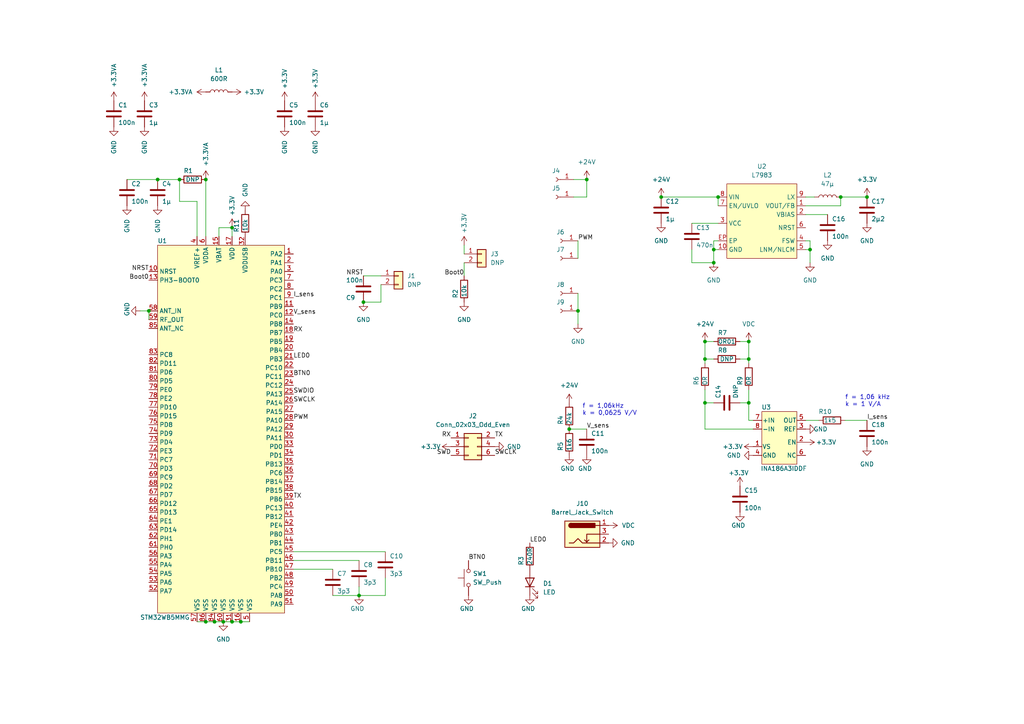
<source format=kicad_sch>
(kicad_sch (version 20211123) (generator eeschema)
  (paper "A4")
  (lib_symbols
    (symbol "Bergi:INA186A3IDDF" (pin_names (offset 0.127))
      (property "Reference" "U" (at 3.81 3.81 0))
      (property "Value" "INA186A3IDDF" (at 3.81 -2.54 0))
      (symbol "INA186A3IDDF_0_1"
        (rectangle (start -5.08 7.62) (end 5.08 -7.62) (fill (type background)))
      )
      (symbol "INA186A3IDDF_1_1"
        (pin power_in line (at -7.62 -2.54 0) (length 2.54) (name "VS") (number "1"))
        (pin input line (at 7.62 -1.27 180) (length 2.54) (name "EN") (number "2"))
        (pin input line (at 7.62 2.54 180) (length 2.54) (name "REF") (number "3"))
        (pin power_in line (at -7.62 -5.08 0) (length 2.54) (name "GND") (number "4"))
        (pin output line (at 7.62 5.08 180) (length 2.54) (name "OUT") (number "5"))
        (pin input line (at 7.62 -5.08 180) (length 2.54) (name "NC") (number "6"))
        (pin input line (at -7.62 5.08 0) (length 2.54) (name "+IN") (number "7"))
        (pin input line (at -7.62 2.54 0) (length 2.54) (name "-IN") (number "8"))
      )
    )
    (symbol "Bergi:L7983"
      (property "Reference" "U" (at -6.35 13.97 0))
      (property "Value" "L7983" (at -3.81 -10.16 0))
      (symbol "L7983_0_1"
        (rectangle (start -7.62 12.7) (end 12.7 -8.89) (fill (type background)))
      )
      (symbol "L7983_1_1"
        (pin unspecified line (at 15.24 6.35 180) (length 2.54) (name "VOUT/FB") (number "1"))
        (pin unspecified line (at -10.16 -6.35 0) (length 2.54) (name "GND") (number "10"))
        (pin unspecified line (at 15.24 3.81 180) (length 2.54) (name "VBIAS") (number "2"))
        (pin unspecified line (at -10.16 1.27 0) (length 2.54) (name "VCC") (number "3"))
        (pin unspecified line (at 15.24 -3.81 180) (length 2.54) (name "FSW") (number "4"))
        (pin unspecified line (at 15.24 -6.35 180) (length 2.54) (name "LNM/NLCM") (number "5"))
        (pin unspecified line (at 15.24 0 180) (length 2.54) (name "NRST") (number "6"))
        (pin unspecified line (at -10.16 6.35 0) (length 2.54) (name "EN/UVLO") (number "7"))
        (pin unspecified line (at -10.16 8.89 0) (length 2.54) (name "VIN") (number "8"))
        (pin unspecified line (at 15.24 8.89 180) (length 2.54) (name "LX") (number "9"))
        (pin unspecified line (at -10.16 -3.81 0) (length 2.54) (name "EP") (number "EP"))
      )
    )
    (symbol "Bergi:STM32WB5MMG"
      (property "Reference" "U" (at 1.27 1.27 0))
      (property "Value" "STM32WB5MMG" (at 20.32 -44.45 0))
      (symbol "STM32WB5MMG_0_1"
        (rectangle (start 0 0) (end 36.83 -106.68) (fill (type background)))
      )
      (symbol "STM32WB5MMG_1_1"
        (pin unspecified line (at 39.37 -2.54 180) (length 2.54) (name "PA2") (number "1"))
        (pin unspecified line (at -2.54 -7.62 0) (length 2.54) (name "NRST") (number "10"))
        (pin unspecified line (at 39.37 -17.78 180) (length 2.54) (name "PB9") (number "11"))
        (pin unspecified line (at 39.37 -20.32 180) (length 2.54) (name "PC0") (number "12"))
        (pin unspecified line (at -2.54 -10.16 0) (length 2.54) (name "PH3-BOOT0") (number "13"))
        (pin unspecified line (at 39.37 -22.86 180) (length 2.54) (name "PB8") (number "14"))
        (pin unspecified line (at 17.78 2.54 270) (length 2.54) (name "VBAT") (number "15"))
        (pin unspecified line (at 24.13 -109.22 90) (length 2.54) (name "VSS") (number "16"))
        (pin unspecified line (at 21.59 2.54 270) (length 2.54) (name "VDD") (number "17"))
        (pin unspecified line (at 39.37 -25.4 180) (length 2.54) (name "PB7") (number "18"))
        (pin unspecified line (at 39.37 -27.94 180) (length 2.54) (name "PB5") (number "19"))
        (pin unspecified line (at 39.37 -5.08 180) (length 2.54) (name "PA1") (number "2"))
        (pin unspecified line (at 39.37 -30.48 180) (length 2.54) (name "PB4") (number "20"))
        (pin unspecified line (at 39.37 -33.02 180) (length 2.54) (name "PB3") (number "21"))
        (pin unspecified line (at 39.37 -35.56 180) (length 2.54) (name "PC10") (number "22"))
        (pin unspecified line (at 39.37 -38.1 180) (length 2.54) (name "PC11") (number "23"))
        (pin unspecified line (at 39.37 -40.64 180) (length 2.54) (name "PC12") (number "24"))
        (pin unspecified line (at 39.37 -43.18 180) (length 2.54) (name "PA13") (number "25"))
        (pin unspecified line (at 39.37 -45.72 180) (length 2.54) (name "PA14") (number "26"))
        (pin unspecified line (at 39.37 -48.26 180) (length 2.54) (name "PA15") (number "27"))
        (pin unspecified line (at 39.37 -50.8 180) (length 2.54) (name "PA10") (number "28"))
        (pin unspecified line (at 39.37 -53.34 180) (length 2.54) (name "PA12") (number "29"))
        (pin unspecified line (at 39.37 -7.62 180) (length 2.54) (name "PA0") (number "3"))
        (pin unspecified line (at 39.37 -55.88 180) (length 2.54) (name "PA11") (number "30"))
        (pin unspecified line (at 21.59 -109.22 90) (length 2.54) (name "VSS") (number "31"))
        (pin unspecified line (at 25.4 2.54 270) (length 2.54) (name "VDDUSB") (number "32"))
        (pin unspecified line (at 39.37 -58.42 180) (length 2.54) (name "PD0") (number "33"))
        (pin unspecified line (at 39.37 -60.96 180) (length 2.54) (name "PD1") (number "34"))
        (pin unspecified line (at 39.37 -63.5 180) (length 2.54) (name "PB13") (number "35"))
        (pin unspecified line (at 39.37 -66.04 180) (length 2.54) (name "PC6") (number "36"))
        (pin unspecified line (at 39.37 -68.58 180) (length 2.54) (name "PB14") (number "37"))
        (pin unspecified line (at 39.37 -71.12 180) (length 2.54) (name "PB15") (number "38"))
        (pin unspecified line (at 39.37 -73.66 180) (length 2.54) (name "PB6") (number "39"))
        (pin unspecified line (at 11.43 2.54 270) (length 2.54) (name "VREF+") (number "4"))
        (pin unspecified line (at 39.37 -76.2 180) (length 2.54) (name "PC13") (number "40"))
        (pin unspecified line (at 39.37 -78.74 180) (length 2.54) (name "PB12") (number "41"))
        (pin unspecified line (at 39.37 -81.28 180) (length 2.54) (name "PE4") (number "42"))
        (pin unspecified line (at 39.37 -83.82 180) (length 2.54) (name "PB0") (number "43"))
        (pin unspecified line (at 39.37 -86.36 180) (length 2.54) (name "PB1") (number "44"))
        (pin unspecified line (at 39.37 -88.9 180) (length 2.54) (name "PC5") (number "45"))
        (pin unspecified line (at 39.37 -91.44 180) (length 2.54) (name "PB11") (number "46"))
        (pin unspecified line (at 39.37 -93.98 180) (length 2.54) (name "PB10") (number "47"))
        (pin unspecified line (at 39.37 -96.52 180) (length 2.54) (name "PB2") (number "48"))
        (pin unspecified line (at 39.37 -99.06 180) (length 2.54) (name "PC4") (number "49"))
        (pin unspecified line (at 26.67 -109.22 90) (length 2.54) (name "VSS") (number "5"))
        (pin unspecified line (at 39.37 -101.6 180) (length 2.54) (name "PA8") (number "50"))
        (pin unspecified line (at 39.37 -104.14 180) (length 2.54) (name "PA9") (number "51"))
        (pin unspecified line (at -2.54 -100.33 0) (length 2.54) (name "PA7") (number "52"))
        (pin unspecified line (at -2.54 -97.79 0) (length 2.54) (name "PA6") (number "53"))
        (pin unspecified line (at -2.54 -95.25 0) (length 2.54) (name "PA5") (number "54"))
        (pin unspecified line (at -2.54 -92.71 0) (length 2.54) (name "PA4") (number "55"))
        (pin unspecified line (at -2.54 -90.17 0) (length 2.54) (name "PA3") (number "56"))
        (pin unspecified line (at 11.43 -109.22 90) (length 2.54) (name "VSS") (number "57"))
        (pin unspecified line (at -2.54 -19.05 0) (length 2.54) (name "ANT_IN") (number "58"))
        (pin unspecified line (at -2.54 -21.59 0) (length 2.54) (name "RF_OUT") (number "59"))
        (pin unspecified line (at 13.97 2.54 270) (length 2.54) (name "VDDA") (number "6"))
        (pin unspecified line (at 19.05 -109.22 90) (length 2.54) (name "VSS") (number "60"))
        (pin unspecified line (at -2.54 -87.63 0) (length 2.54) (name "PH0") (number "61"))
        (pin unspecified line (at -2.54 -85.09 0) (length 2.54) (name "PH1") (number "62"))
        (pin unspecified line (at -2.54 -82.55 0) (length 2.54) (name "PD14") (number "63"))
        (pin unspecified line (at -2.54 -80.01 0) (length 2.54) (name "PE1") (number "64"))
        (pin unspecified line (at -2.54 -77.47 0) (length 2.54) (name "PD13") (number "65"))
        (pin unspecified line (at -2.54 -74.93 0) (length 2.54) (name "PD12") (number "66"))
        (pin unspecified line (at -2.54 -72.39 0) (length 2.54) (name "PD7") (number "67"))
        (pin unspecified line (at -2.54 -69.85 0) (length 2.54) (name "PD2") (number "68"))
        (pin unspecified line (at -2.54 -67.31 0) (length 2.54) (name "PC9") (number "69"))
        (pin unspecified line (at 39.37 -10.16 180) (length 2.54) (name "PC3") (number "7"))
        (pin unspecified line (at -2.54 -64.77 0) (length 2.54) (name "PD3") (number "70"))
        (pin unspecified line (at -2.54 -62.23 0) (length 2.54) (name "PC7") (number "71"))
        (pin unspecified line (at -2.54 -59.69 0) (length 2.54) (name "PE3") (number "72"))
        (pin unspecified line (at -2.54 -57.15 0) (length 2.54) (name "PD4") (number "73"))
        (pin unspecified line (at -2.54 -54.61 0) (length 2.54) (name "PD9") (number "74"))
        (pin unspecified line (at -2.54 -52.07 0) (length 2.54) (name "PD8") (number "75"))
        (pin unspecified line (at -2.54 -49.53 0) (length 2.54) (name "PD15") (number "76"))
        (pin unspecified line (at -2.54 -46.99 0) (length 2.54) (name "PD10") (number "77"))
        (pin unspecified line (at -2.54 -44.45 0) (length 2.54) (name "PE2") (number "78"))
        (pin unspecified line (at -2.54 -41.91 0) (length 2.54) (name "PE0") (number "79"))
        (pin unspecified line (at 39.37 -12.7 180) (length 2.54) (name "PC2") (number "8"))
        (pin unspecified line (at -2.54 -39.37 0) (length 2.54) (name "PD5") (number "80"))
        (pin unspecified line (at -2.54 -36.83 0) (length 2.54) (name "PD6") (number "81"))
        (pin unspecified line (at -2.54 -34.29 0) (length 2.54) (name "PD11") (number "82"))
        (pin unspecified line (at -2.54 -31.75 0) (length 2.54) (name "PC8") (number "83"))
        (pin unspecified line (at 16.51 -109.22 90) (length 2.54) (name "VSS") (number "84"))
        (pin unspecified line (at -2.54 -24.13 0) (length 2.54) (name "ANT_NC") (number "85"))
        (pin unspecified line (at 13.97 -109.22 90) (length 2.54) (name "VSS") (number "86"))
        (pin unspecified line (at 39.37 -15.24 180) (length 2.54) (name "PC1") (number "9"))
      )
    )
    (symbol "Connector:Barrel_Jack_Switch" (pin_names hide)
      (property "Reference" "J" (at 0 5.334 0))
      (property "Value" "Barrel_Jack_Switch" (at 0 -5.08 0))
      (symbol "Barrel_Jack_Switch_0_1"
        (rectangle (start -5.08 3.81) (end 5.08 -3.81) (stroke (width 0.254)) (fill (type background)))
        (arc (start -3.302 3.175) (mid -3.937 2.54) (end -3.302 1.905) (stroke (width 0.254)))
        (arc (start -3.302 3.175) (mid -3.937 2.54) (end -3.302 1.905) (stroke (width 0.254)) (fill (type outline)))
        (polyline (pts (xy 1.27 -2.286) (xy 1.905 -1.651)) (stroke (width 0.254)))
        (polyline (pts (xy 5.08 2.54) (xy 3.81 2.54)) (stroke (width 0.254)))
        (polyline (pts (xy 5.08 0) (xy 1.27 0) (xy 1.27 -2.286) (xy 0.635 -1.651)) (stroke (width 0.254)))
        (polyline (pts (xy -3.81 -2.54) (xy -2.54 -2.54) (xy -1.27 -1.27) (xy 0 -2.54) (xy 2.54 -2.54) (xy 5.08 -2.54)) (stroke (width 0.254)))
        (rectangle (start 3.683 3.175) (end -3.302 1.905) (stroke (width 0.254)) (fill (type outline)))
      )
      (symbol "Barrel_Jack_Switch_1_1"
        (pin passive line (at 7.62 2.54 180) (length 2.54) (name "~") (number "1"))
        (pin passive line (at 7.62 -2.54 180) (length 2.54) (name "~") (number "2"))
        (pin passive line (at 7.62 0 180) (length 2.54) (name "~") (number "3"))
      )
    )
    (symbol "Connector:Conn_01x01_Female" (pin_names (offset 1.016) hide)
      (property "Reference" "J" (at 0 2.54 0))
      (property "Value" "Conn_01x01_Female" (at 0 -2.54 0))
      (symbol "Conn_01x01_Female_1_1"
        (polyline (pts (xy -1.27 0) (xy -0.508 0)) (stroke (width 0.1524)))
        (arc (start 0 0.508) (mid -0.508 0) (end 0 -0.508) (stroke (width 0.1524)))
        (pin passive line (at -5.08 0 0) (length 3.81) (name "Pin_1") (number "1"))
      )
    )
    (symbol "Connector_Generic:Conn_01x02" (pin_names (offset 1.016) hide)
      (property "Reference" "J" (at 0 2.54 0))
      (property "Value" "Conn_01x02" (at 0 -5.08 0))
      (symbol "Conn_01x02_1_1"
        (rectangle (start -1.27 -2.413) (end 0 -2.667) (stroke (width 0.1524)))
        (rectangle (start -1.27 0.127) (end 0 -0.127) (stroke (width 0.1524)))
        (rectangle (start -1.27 1.27) (end 1.27 -3.81) (stroke (width 0.254)) (fill (type background)))
        (pin passive line (at -5.08 0 0) (length 3.81) (name "Pin_1") (number "1"))
        (pin passive line (at -5.08 -2.54 0) (length 3.81) (name "Pin_2") (number "2"))
      )
    )
    (symbol "Connector_Generic:Conn_02x03_Odd_Even" (pin_names (offset 1.016) hide)
      (property "Reference" "J" (at 1.27 5.08 0))
      (property "Value" "Conn_02x03_Odd_Even" (at 1.27 -5.08 0))
      (symbol "Conn_02x03_Odd_Even_1_1"
        (rectangle (start -1.27 -2.413) (end 0 -2.667) (stroke (width 0.1524)))
        (rectangle (start -1.27 0.127) (end 0 -0.127) (stroke (width 0.1524)))
        (rectangle (start -1.27 2.667) (end 0 2.413) (stroke (width 0.1524)))
        (rectangle (start -1.27 3.81) (end 3.81 -3.81) (stroke (width 0.254)) (fill (type background)))
        (rectangle (start 3.81 -2.413) (end 2.54 -2.667) (stroke (width 0.1524)))
        (rectangle (start 3.81 0.127) (end 2.54 -0.127) (stroke (width 0.1524)))
        (rectangle (start 3.81 2.667) (end 2.54 2.413) (stroke (width 0.1524)))
        (pin passive line (at -5.08 2.54 0) (length 3.81) (name "Pin_1") (number "1"))
        (pin passive line (at 7.62 2.54 180) (length 3.81) (name "Pin_2") (number "2"))
        (pin passive line (at -5.08 0 0) (length 3.81) (name "Pin_3") (number "3"))
        (pin passive line (at 7.62 0 180) (length 3.81) (name "Pin_4") (number "4"))
        (pin passive line (at -5.08 -2.54 0) (length 3.81) (name "Pin_5") (number "5"))
        (pin passive line (at 7.62 -2.54 180) (length 3.81) (name "Pin_6") (number "6"))
      )
    )
    (symbol "Device:C" (pin_numbers hide) (pin_names (offset 0.254))
      (property "Reference" "C" (at 0.635 2.54 0))
      (property "Value" "C" (at 0.635 -2.54 0))
      (symbol "C_0_1"
        (polyline (pts (xy -2.032 -0.762) (xy 2.032 -0.762)) (stroke (width 0.508)))
        (polyline (pts (xy -2.032 0.762) (xy 2.032 0.762)) (stroke (width 0.508)))
      )
      (symbol "C_1_1"
        (pin passive line (at 0 3.81 270) (length 2.794) (name "~") (number "1"))
        (pin passive line (at 0 -3.81 90) (length 2.794) (name "~") (number "2"))
      )
    )
    (symbol "Device:L" (pin_numbers hide) (pin_names (offset 1.016) hide)
      (property "Reference" "L" (at -1.27 0 90))
      (property "Value" "L" (at 1.905 0 90))
      (symbol "L_0_1"
        (arc (start 0 -2.54) (mid 0.635 -1.905) (end 0 -1.27))
        (arc (start 0 -1.27) (mid 0.635 -0.635) (end 0 0))
        (arc (start 0 0) (mid 0.635 0.635) (end 0 1.27))
        (arc (start 0 1.27) (mid 0.635 1.905) (end 0 2.54))
      )
      (symbol "L_1_1"
        (pin passive line (at 0 3.81 270) (length 1.27) (name "1") (number "1"))
        (pin passive line (at 0 -3.81 90) (length 1.27) (name "2") (number "2"))
      )
    )
    (symbol "Device:LED" (pin_numbers hide) (pin_names (offset 1.016) hide)
      (property "Reference" "D" (at 0 2.54 0))
      (property "Value" "LED" (at 0 -2.54 0))
      (symbol "LED_0_1"
        (polyline (pts (xy -1.27 -1.27) (xy -1.27 1.27)) (stroke (width 0.254)))
        (polyline (pts (xy -1.27 0) (xy 1.27 0)))
        (polyline (pts (xy 1.27 -1.27) (xy 1.27 1.27) (xy -1.27 0) (xy 1.27 -1.27)) (stroke (width 0.254)))
        (polyline (pts (xy -3.048 -0.762) (xy -4.572 -2.286) (xy -3.81 -2.286) (xy -4.572 -2.286) (xy -4.572 -1.524)))
        (polyline (pts (xy -1.778 -0.762) (xy -3.302 -2.286) (xy -2.54 -2.286) (xy -3.302 -2.286) (xy -3.302 -1.524)))
      )
      (symbol "LED_1_1"
        (pin passive line (at -3.81 0 0) (length 2.54) (name "K") (number "1"))
        (pin passive line (at 3.81 0 180) (length 2.54) (name "A") (number "2"))
      )
    )
    (symbol "Device:R" (pin_numbers hide) (pin_names (offset 0))
      (property "Reference" "R" (at 2.032 0 90))
      (property "Value" "R" (at 0 0 90))
      (symbol "R_0_1"
        (rectangle (start -1.016 -2.54) (end 1.016 2.54) (stroke (width 0.254)))
      )
      (symbol "R_1_1"
        (pin passive line (at 0 3.81 270) (length 1.27) (name "~") (number "1"))
        (pin passive line (at 0 -3.81 90) (length 1.27) (name "~") (number "2"))
      )
    )
    (symbol "Switch:SW_Push" (pin_numbers hide) (pin_names (offset 1.016) hide)
      (property "Reference" "SW" (at 1.27 2.54 0))
      (property "Value" "SW_Push" (at 0 -1.524 0))
      (symbol "SW_Push_0_1"
        (circle (center -2.032 0) (radius 0.508))
        (polyline (pts (xy 0 1.27) (xy 0 3.048)))
        (polyline (pts (xy 2.54 1.27) (xy -2.54 1.27)))
        (circle (center 2.032 0) (radius 0.508))
        (pin passive line (at -5.08 0 0) (length 2.54) (name "1") (number "1"))
        (pin passive line (at 5.08 0 180) (length 2.54) (name "2") (number "2"))
      )
    )
    (symbol "power:+24V" (power) (pin_names (offset 0))
      (property "Value" "+24V" (at 0 3.556 0))
      (symbol "+24V_0_1"
        (polyline (pts (xy -0.762 1.27) (xy 0 2.54)))
        (polyline (pts (xy 0 0) (xy 0 2.54)))
        (polyline (pts (xy 0 2.54) (xy 0.762 1.27)))
      )
      (symbol "+24V_1_1"
        (pin power_in line (at 0 0 90) (length 0) hide (name "+24V") (number "1"))
      )
    )
    (symbol "power:+3.3V" (power) (pin_names (offset 0))
      (property "Value" "+3.3V" (at 0 3.556 0))
      (symbol "+3.3V_0_1"
        (polyline (pts (xy -0.762 1.27) (xy 0 2.54)))
        (polyline (pts (xy 0 0) (xy 0 2.54)))
        (polyline (pts (xy 0 2.54) (xy 0.762 1.27)))
      )
      (symbol "+3.3V_1_1"
        (pin power_in line (at 0 0 90) (length 0) hide (name "+3.3V") (number "1"))
      )
    )
    (symbol "power:+3.3VA" (power) (pin_names (offset 0))
      (property "Value" "+3.3VA" (at 0 3.556 0))
      (symbol "+3.3VA_0_1"
        (polyline (pts (xy -0.762 1.27) (xy 0 2.54)))
        (polyline (pts (xy 0 0) (xy 0 2.54)))
        (polyline (pts (xy 0 2.54) (xy 0.762 1.27)))
      )
      (symbol "+3.3VA_1_1"
        (pin power_in line (at 0 0 90) (length 0) hide (name "+3.3VA") (number "1"))
      )
    )
    (symbol "power:GND" (power) (pin_names (offset 0))
      (property "Value" "GND" (at 0 -3.81 0))
      (symbol "GND_0_1"
        (polyline (pts (xy 0 0) (xy 0 -1.27) (xy 1.27 -1.27) (xy 0 -2.54) (xy -1.27 -1.27) (xy 0 -1.27)))
      )
      (symbol "GND_1_1"
        (pin power_in line (at 0 0 270) (length 0) hide (name "GND") (number "1"))
      )
    )
    (symbol "power:VDC" (power) (pin_names (offset 0))
      (property "Value" "VDC" (at 0 6.35 0))
      (symbol "VDC_0_1"
        (polyline (pts (xy -0.762 1.27) (xy 0 2.54)))
        (polyline (pts (xy 0 0) (xy 0 2.54)))
        (polyline (pts (xy 0 2.54) (xy 0.762 1.27)))
      )
      (symbol "VDC_1_1"
        (pin power_in line (at 0 0 90) (length 0) hide (name "VDC") (number "1"))
      )
    )
  )
  (junction (at 207.01 72.39))
  (junction (at 204.47 104.14))
  (junction (at 43.18 90.17))
  (junction (at 208.28 57.15))
  (junction (at 204.47 116.84))
  (junction (at 105.41 87.63))
  (junction (at 234.95 72.39))
  (junction (at 45.72 52.07))
  (junction (at 69.85 180.34))
  (junction (at 67.31 180.34))
  (junction (at 251.46 57.15))
  (junction (at 217.17 104.14))
  (junction (at 52.07 52.07))
  (junction (at 62.23 180.34))
  (junction (at 104.14 172.72))
  (junction (at 67.31 66.04))
  (junction (at 217.17 99.06))
  (junction (at 217.17 116.84))
  (junction (at 207.01 76.2))
  (junction (at 167.64 90.17))
  (junction (at 170.18 52.07))
  (junction (at 59.69 52.07))
  (junction (at 243.84 57.15))
  (junction (at 64.77 180.34))
  (junction (at 59.69 180.34))
  (junction (at 191.77 57.15))
  (junction (at 204.47 99.06))
  (junction (at 165.1 124.46))
  (wire (pts (xy 167.64 69.85) (xy 167.64 74.93)))
  (wire (pts (xy 233.68 121.92) (xy 237.49 121.92)))
  (wire (pts (xy 52.07 58.42) (xy 52.07 52.07)))
  (wire (pts (xy 40.64 90.17) (xy 43.18 90.17)))
  (wire (pts (xy 134.62 76.2) (xy 134.62 80.01)))
  (wire (pts (xy 62.23 180.34) (xy 64.77 180.34)))
  (wire (pts (xy 85.09 165.1) (xy 96.52 165.1)))
  (wire (pts (xy 217.17 113.03) (xy 217.17 116.84)))
  (wire (pts (xy 208.28 57.15) (xy 208.28 59.69)))
  (wire (pts (xy 207.01 76.2) (xy 207.01 72.39)))
  (wire (pts (xy 69.85 180.34) (xy 72.39 180.34)))
  (wire (pts (xy 204.47 116.84) (xy 204.47 113.03)))
  (wire (pts (xy 217.17 116.84) (xy 217.17 121.92)))
  (wire (pts (xy 63.5 68.58) (xy 63.5 66.04)))
  (wire (pts (xy 234.95 72.39) (xy 234.95 69.85)))
  (wire (pts (xy 204.47 124.46) (xy 204.47 116.84)))
  (wire (pts (xy 110.49 87.63) (xy 110.49 82.55)))
  (wire (pts (xy 245.11 121.92) (xy 251.46 121.92)))
  (wire (pts (xy 105.41 87.63) (xy 110.49 87.63)))
  (wire (pts (xy 204.47 104.14) (xy 204.47 105.41)))
  (wire (pts (xy 207.01 72.39) (xy 207.01 69.85)))
  (wire (pts (xy 36.83 52.07) (xy 45.72 52.07)))
  (wire (pts (xy 59.69 180.34) (xy 62.23 180.34)))
  (wire (pts (xy 104.14 172.72) (xy 104.14 170.18)))
  (wire (pts (xy 200.66 64.77) (xy 208.28 64.77)))
  (wire (pts (xy 111.76 172.72) (xy 111.76 167.64)))
  (wire (pts (xy 233.68 62.23) (xy 240.03 62.23)))
  (wire (pts (xy 167.64 90.17) (xy 167.64 93.98)))
  (wire (pts (xy 204.47 116.84) (xy 207.01 116.84)))
  (wire (pts (xy 57.15 58.42) (xy 52.07 58.42)))
  (wire (pts (xy 204.47 104.14) (xy 207.01 104.14)))
  (wire (pts (xy 233.68 57.15) (xy 236.22 57.15)))
  (wire (pts (xy 57.15 180.34) (xy 59.69 180.34)))
  (wire (pts (xy 234.95 76.2) (xy 234.95 72.39)))
  (wire (pts (xy 43.18 90.17) (xy 43.18 92.71)))
  (wire (pts (xy 243.84 57.15) (xy 251.46 57.15)))
  (wire (pts (xy 217.17 99.06) (xy 217.17 104.14)))
  (wire (pts (xy 207.01 69.85) (xy 208.28 69.85)))
  (wire (pts (xy 96.52 172.72) (xy 104.14 172.72)))
  (wire (pts (xy 217.17 104.14) (xy 217.17 105.41)))
  (wire (pts (xy 105.41 80.01) (xy 110.49 80.01)))
  (wire (pts (xy 134.62 71.12) (xy 134.62 73.66)))
  (wire (pts (xy 191.77 57.15) (xy 208.28 57.15)))
  (wire (pts (xy 67.31 180.34) (xy 69.85 180.34)))
  (wire (pts (xy 167.64 85.09) (xy 167.64 90.17)))
  (wire (pts (xy 217.17 121.92) (xy 218.44 121.92)))
  (wire (pts (xy 104.14 172.72) (xy 111.76 172.72)))
  (wire (pts (xy 204.47 99.06) (xy 207.01 99.06)))
  (wire (pts (xy 204.47 99.06) (xy 204.47 104.14)))
  (wire (pts (xy 207.01 72.39) (xy 208.28 72.39)))
  (wire (pts (xy 200.66 76.2) (xy 207.01 76.2)))
  (wire (pts (xy 45.72 52.07) (xy 52.07 52.07)))
  (wire (pts (xy 166.37 57.15) (xy 170.18 57.15)))
  (wire (pts (xy 59.69 52.07) (xy 59.69 68.58)))
  (wire (pts (xy 85.09 160.02) (xy 111.76 160.02)))
  (wire (pts (xy 214.63 104.14) (xy 217.17 104.14)))
  (wire (pts (xy 243.84 59.69) (xy 243.84 57.15)))
  (wire (pts (xy 218.44 124.46) (xy 204.47 124.46)))
  (wire (pts (xy 63.5 66.04) (xy 67.31 66.04)))
  (wire (pts (xy 200.66 72.39) (xy 200.66 76.2)))
  (wire (pts (xy 214.63 116.84) (xy 217.17 116.84)))
  (wire (pts (xy 234.95 69.85) (xy 233.68 69.85)))
  (wire (pts (xy 64.77 180.34) (xy 67.31 180.34)))
  (wire (pts (xy 85.09 162.56) (xy 104.14 162.56)))
  (wire (pts (xy 233.68 72.39) (xy 234.95 72.39)))
  (wire (pts (xy 170.18 57.15) (xy 170.18 52.07)))
  (wire (pts (xy 57.15 58.42) (xy 57.15 68.58)))
  (wire (pts (xy 214.63 99.06) (xy 217.17 99.06)))
  (wire (pts (xy 67.31 66.04) (xy 67.31 68.58)))
  (wire (pts (xy 166.37 52.07) (xy 170.18 52.07)))
  (wire (pts (xy 165.1 124.46) (xy 170.18 124.46)))
  (wire (pts (xy 233.68 59.69) (xy 243.84 59.69)))
  (text "f = 1,06kHz\nk = 0,0625 V/V" (at 168.91 120.65 0) (effects (font (size 1.27 1.27)) (justify left bottom)))
  (text "f = 1,06 kHz\nk = 1 V/A" (at 245.11 118.11 0) (effects (font (size 1.27 1.27)) (justify left bottom)))
  (label "I_sens" (at 85.09 86.36 0))
  (label "Boot0" (at 43.18 81.28 180))
  (label "SWCLK" (at 143.51 132.08 0))
  (label "BTN0" (at 85.09 109.22 0))
  (label "I_sens" (at 251.46 121.92 0))
  (label "LED0" (at 85.09 104.14 0))
  (label "RX" (at 130.81 127 180))
  (label "RX" (at 85.09 96.52 0))
  (label "TX" (at 143.51 127 0))
  (label "BTN0" (at 135.89 162.56 0))
  (label "SWDIO" (at 85.09 114.3 0))
  (label "V_sens" (at 170.18 124.46 0))
  (label "Boot0" (at 134.62 80.01 180))
  (label "LED0" (at 153.67 157.48 0))
  (label "SWD" (at 130.81 132.08 180))
  (label "NRST" (at 43.18 78.74 180))
  (label "V_sens" (at 85.09 91.44 0))
  (label "PWM" (at 167.64 69.85 0))
  (label "NRST" (at 105.41 80.01 180))
  (label "PWM" (at 85.09 121.92 0))
  (label "TX" (at 85.09 144.78 0))
  (label "SWCLK" (at 85.09 116.84 0))
  (symbol (lib_id "Device:C") (at 240.03 66.04 0) (unit 1)
    (property "Reference" "C16" (at 241.3 63.5 0) (effects (justify left)))
    (property "Value" "100n" (at 241.3 68.58 0) (effects (justify left)))
    (property "Footprint" "Capacitor_SMD:C_0603_1608Metric" (effects hide))
  )
  (symbol (lib_id "Device:C") (at 105.41 83.82 0) (unit 1)
    (property "Reference" "C9" (at 100.33 86.36 0) (effects (justify left)))
    (property "Value" "100n" (at 100.33 81.28 0) (effects (justify left)))
    (property "Footprint" "Capacitor_SMD:C_0603_1608Metric" (effects hide))
  )
  (symbol (lib_id "Device:L") (at 63.5 26.67 90) (unit 1)
    (property "Reference" "L1" (at 63.5 20.32 90))
    (property "Value" "600R" (at 63.5 22.86 90))
    (property "Footprint" "Inductor_SMD:L_0603_1608Metric" (effects hide))
  )
  (symbol (lib_id "Device:R") (at 165.1 120.65 180) (unit 1)
    (property "Reference" "R4" (at 162.56 123.19 90) (effects (justify right)))
    (property "Value" "24k" (at 165.1 123.19 90) (effects (justify right)))
    (property "Footprint" "Resistor_SMD:R_0603_1608Metric" (effects hide))
  )
  (symbol (lib_id "power:GND") (at 41.91 36.83 0) (unit 1)
    (property "Reference" "#PWR06" (effects hide))
    (property "Value" "GND" (at 41.91 40.64 90) (effects (justify right)))
  )
  (symbol (lib_id "Device:C") (at 111.76 163.83 0) (unit 1)
    (property "Reference" "C10" (at 113.03 161.29 0) (effects (justify left)))
    (property "Value" "3p3" (at 113.03 166.37 0) (effects (justify left)))
    (property "Footprint" "Capacitor_SMD:C_0603_1608Metric" (effects hide))
  )
  (symbol (lib_id "Connector:Conn_01x01_Female") (at 162.56 85.09 180) (unit 1)
    (property "Reference" "J8" (at 162.56 82.55 0))
    (property "Value" "Conn_01x01_Female" (effects hide))
    (property "Footprint" "Bergi:Solderpad_1x2" (effects hide))
  )
  (symbol (lib_id "Device:C") (at 96.52 168.91 0) (unit 1)
    (property "Reference" "C7" (at 97.79 166.37 0) (effects (justify left)))
    (property "Value" "3p3" (at 97.79 171.45 0) (effects (justify left)))
    (property "Footprint" "Capacitor_SMD:C_0603_1608Metric" (effects hide))
  )
  (symbol (lib_id "Device:R") (at 210.82 99.06 90) (unit 1)
    (property "Reference" "R7" (at 209.55 96.52 90))
    (property "Value" "0R01" (at 210.82 99.06 90))
    (property "Footprint" "Resistor_SMD:R_0805_2012Metric" (effects hide))
  )
  (symbol (lib_id "Device:R") (at 165.1 128.27 180) (unit 1)
    (property "Reference" "R5" (at 162.56 130.81 90) (effects (justify right)))
    (property "Value" "1k6" (at 165.1 130.81 90) (effects (justify right)))
    (property "Footprint" "Resistor_SMD:R_0603_1608Metric" (effects hide))
  )
  (symbol (lib_id "Connector_Generic:Conn_02x03_Odd_Even") (at 135.89 129.54 0) (unit 1)
    (property "Reference" "J2" (at 137.16 120.65 0))
    (property "Value" "Conn_02x03_Odd_Even" (at 137.16 123.19 0))
    (property "Footprint" "Connector_IDC:IDC-Header_2x03_P2.54mm_Vertical" (effects hide))
  )
  (symbol (lib_id "power:+24V") (at 204.47 99.06 0) (unit 1)
    (property "Reference" "#PWR035" (effects hide))
    (property "Value" "+24V" (at 204.47 93.98 0))
  )
  (symbol (lib_id "power:GND") (at 135.89 172.72 0) (unit 1)
    (property "Reference" "#PWR023" (effects hide))
    (property "Value" "GND" (at 133.35 176.53 0) (effects (justify left)))
  )
  (symbol (lib_id "power:+3.3V") (at 214.63 140.97 0) (unit 1)
    (property "Reference" "#PWR037" (effects hide))
    (property "Value" "+3.3V" (at 217.17 137.16 0) (effects (justify right)))
  )
  (symbol (lib_id "power:GND") (at 214.63 148.59 0) (unit 1)
    (property "Reference" "#PWR038" (effects hide))
    (property "Value" "GND" (at 212.09 152.4 0) (effects (justify left)))
  )
  (symbol (lib_id "power:GND") (at 36.83 59.69 0) (unit 1)
    (property "Reference" "#PWR03" (effects hide))
    (property "Value" "GND" (at 36.83 63.5 90) (effects (justify right)))
  )
  (symbol (lib_id "power:GND") (at 207.01 76.2 0) (unit 1)
    (property "Reference" "#PWR036" (effects hide))
    (property "Value" "GND" (at 207.01 81.28 0))
  )
  (symbol (lib_id "Connector:Conn_01x01_Female") (at 162.56 69.85 180) (unit 1)
    (property "Reference" "J6" (at 162.56 67.31 0))
    (property "Value" "Conn_01x01_Female" (effects hide))
    (property "Footprint" "Bergi:Solderpad_1x2" (effects hide))
  )
  (symbol (lib_id "power:+3.3V") (at 67.31 66.04 0) (unit 1)
    (property "Reference" "#PWR012" (effects hide))
    (property "Value" "+3.3V" (at 67.31 59.69 90))
  )
  (symbol (lib_id "power:+3.3V") (at 134.62 71.12 0) (unit 1)
    (property "Reference" "#PWR021" (effects hide))
    (property "Value" "+3.3V" (at 134.62 64.77 90))
  )
  (symbol (lib_id "Connector:Conn_01x01_Female") (at 162.56 90.17 180) (unit 1)
    (property "Reference" "J9" (at 162.56 87.63 0))
    (property "Value" "Conn_01x01_Female" (effects hide))
    (property "Footprint" "Bergi:Solderpad_1x2" (effects hide))
  )
  (symbol (lib_id "Device:C") (at 251.46 125.73 0) (unit 1)
    (property "Reference" "C18" (at 252.73 123.19 0) (effects (justify left)))
    (property "Value" "100n" (at 252.73 128.27 0) (effects (justify left)))
    (property "Footprint" "Capacitor_SMD:C_0603_1608Metric" (effects hide))
  )
  (symbol (lib_id "power:GND") (at 82.55 36.83 0) (unit 1)
    (property "Reference" "#PWR015" (effects hide))
    (property "Value" "GND" (at 82.55 40.64 90) (effects (justify right)))
  )
  (symbol (lib_id "power:GND") (at 91.44 36.83 0) (unit 1)
    (property "Reference" "#PWR017" (effects hide))
    (property "Value" "GND" (at 91.44 40.64 90) (effects (justify right)))
  )
  (symbol (lib_id "Device:R") (at 134.62 83.82 0) (unit 1)
    (property "Reference" "R2" (at 132.08 83.82 90) (effects (justify right)))
    (property "Value" "10k" (at 134.62 82.55 90) (effects (justify right)))
    (property "Footprint" "Resistor_SMD:R_0603_1608Metric" (effects hide))
  )
  (symbol (lib_id "power:GND") (at 104.14 172.72 0) (unit 1)
    (property "Reference" "#PWR018" (effects hide))
    (property "Value" "GND" (at 101.6 176.53 0) (effects (justify left)))
  )
  (symbol (lib_id "power:GND") (at 251.46 129.54 0) (unit 1)
    (property "Reference" "#PWR048" (effects hide))
    (property "Value" "GND" (at 251.46 134.62 0))
  )
  (symbol (lib_id "Device:C") (at 214.63 144.78 0) (unit 1)
    (property "Reference" "C15" (at 215.9 142.24 0) (effects (justify left)))
    (property "Value" "100n" (at 215.9 147.32 0) (effects (justify left)))
    (property "Footprint" "Capacitor_SMD:C_0603_1608Metric" (effects hide))
  )
  (symbol (lib_id "power:GND") (at 191.77 64.77 0) (unit 1)
    (property "Reference" "#PWR034" (effects hide))
    (property "Value" "GND" (at 191.77 69.85 0))
  )
  (symbol (lib_id "Switch:SW_Push") (at 135.89 167.64 90) (unit 1)
    (property "Reference" "SW1" (at 137.16 166.3699 90) (effects (justify right)))
    (property "Value" "SW_Push" (at 137.16 168.9099 90) (effects (justify right)))
    (property "Footprint" "Button_Switch_SMD:SW_Push_1P1T_NO_6x6mm_H9.5mm" (effects hide))
  )
  (symbol (lib_id "power:GND") (at 33.02 36.83 0) (unit 1)
    (property "Reference" "#PWR02" (effects hide))
    (property "Value" "GND" (at 33.02 40.64 90) (effects (justify right)))
  )
  (symbol (lib_id "power:+3.3V") (at 233.68 128.27 270) (unit 1)
    (property "Reference" "#PWR043" (effects hide))
    (property "Value" "+3.3V" (at 242.57 128.27 90) (effects (justify right)))
  )
  (symbol (lib_id "power:GND") (at 233.68 124.46 90) (unit 1)
    (property "Reference" "#PWR042" (effects hide))
    (property "Value" "GND" (at 240.03 124.46 90) (effects (justify left)))
  )
  (symbol (lib_id "power:GND") (at 240.03 69.85 0) (unit 1)
    (property "Reference" "#PWR045" (effects hide))
    (property "Value" "GND" (at 240.03 74.93 0))
  )
  (symbol (lib_id "Bergi:INA186A3IDDF") (at 226.06 127 0) (unit 1)
    (property "Reference" "U3" (at 222.25 118.11 0))
    (property "Value" "INA186A3IDDF" (at 227.33 135.89 0))
    (property "Footprint" "Package_TO_SOT_SMD:SOT-23-8" (effects hide))
  )
  (symbol (lib_id "Device:C") (at 251.46 60.96 0) (unit 1)
    (property "Reference" "C17" (at 252.73 58.42 0) (effects (justify left)))
    (property "Value" "2µ2" (at 252.73 63.5 0) (effects (justify left)))
    (property "Footprint" "Capacitor_SMD:C_0805_2012Metric" (effects hide))
  )
  (symbol (lib_id "Device:R") (at 55.88 52.07 270) (unit 1)
    (property "Reference" "R1" (at 54.61 49.53 90))
    (property "Value" "DNP" (at 55.88 52.07 90))
    (property "Footprint" "Resistor_SMD:R_0603_1608Metric" (effects hide))
  )
  (symbol (lib_id "power:GND") (at 134.62 87.63 0) (unit 1)
    (property "Reference" "#PWR022" (effects hide))
    (property "Value" "GND" (at 134.62 92.71 0))
  )
  (symbol (lib_id "Connector_Generic:Conn_01x02") (at 139.7 73.66 0) (unit 1)
    (property "Reference" "J3" (at 142.24 73.6599 0) (effects (justify left)))
    (property "Value" "DNP" (at 142.24 76.1999 0) (effects (justify left)))
    (property "Footprint" "Connector_PinHeader_2.54mm:PinHeader_1x02_P2.54mm_Vertical" (effects hide))
  )
  (symbol (lib_id "power:+3.3VA") (at 33.02 29.21 0) (unit 1)
    (property "Reference" "#PWR01" (effects hide))
    (property "Value" "+3.3VA" (at 33.02 25.4 90) (effects (justify left)))
  )
  (symbol (lib_id "Device:L") (at 240.03 57.15 90) (unit 1)
    (property "Reference" "L2" (at 240.03 50.8 90))
    (property "Value" "47µ" (at 240.03 53.34 90))
    (property "Footprint" "Inductor_SMD:L_Taiyo-Yuden_NR-40xx" (effects hide))
    (property "HTN" "NRS4018T470M" (effects hide))
  )
  (symbol (lib_id "power:GND") (at 218.44 132.08 270) (unit 1)
    (property "Reference" "#PWR041" (effects hide))
    (property "Value" "GND" (at 210.82 132.08 90) (effects (justify left)))
  )
  (symbol (lib_id "Connector:Conn_01x01_Female") (at 161.29 57.15 180) (unit 1)
    (property "Reference" "J5" (at 161.29 54.61 0))
    (property "Value" "Conn_01x01_Female" (effects hide))
    (property "Footprint" "Bergi:Solderpad_1x2" (effects hide))
  )
  (symbol (lib_id "power:GND") (at 64.77 180.34 0) (unit 1)
    (property "Reference" "#PWR010" (effects hide))
    (property "Value" "GND" (at 64.77 185.42 0))
  )
  (symbol (lib_id "Bergi:STM32WB5MMG") (at 45.72 71.12 0) (unit 1)
    (property "Reference" "U1" (at 45.72 69.85 0) (effects (justify left)))
    (property "Value" "STM32WB5MMG" (at 40.64 179.07 0) (effects (justify left)))
    (property "Footprint" "Bergi:ST_LGA86" (effects hide))
  )
  (symbol (lib_id "power:GND") (at 176.53 157.48 90) (unit 1)
    (property "Reference" "#PWR032" (effects hide))
    (property "Value" "GND" (at 184.15 157.48 90) (effects (justify left)))
  )
  (symbol (lib_id "power:+3.3VA") (at 41.91 29.21 0) (unit 1)
    (property "Reference" "#PWR05" (effects hide))
    (property "Value" "+3.3VA" (at 41.91 25.4 90) (effects (justify left)))
  )
  (symbol (lib_id "power:+3.3V") (at 251.46 57.15 0) (unit 1)
    (property "Reference" "#PWR046" (effects hide))
    (property "Value" "+3.3V" (at 251.46 52.07 0))
  )
  (symbol (lib_id "power:+3.3V") (at 82.55 29.21 0) (unit 1)
    (property "Reference" "#PWR014" (effects hide))
    (property "Value" "+3.3V" (at 82.55 22.86 90))
  )
  (symbol (lib_id "power:+3.3VA") (at 59.69 26.67 90) (unit 1)
    (property "Reference" "#PWR08" (effects hide))
    (property "Value" "+3.3VA" (at 55.88 26.6699 90) (effects (justify left)))
  )
  (symbol (lib_id "Device:R") (at 217.17 109.22 180) (unit 1)
    (property "Reference" "R9" (at 214.63 111.76 90) (effects (justify right)))
    (property "Value" "0R" (at 217.17 111.76 90) (effects (justify right)))
    (property "Footprint" "Resistor_SMD:R_0603_1608Metric" (effects hide))
  )
  (symbol (lib_id "Device:C") (at 210.82 116.84 90) (unit 1)
    (property "Reference" "C14" (at 208.28 115.57 0) (effects (justify left)))
    (property "Value" "DNP" (at 213.36 115.57 0) (effects (justify left)))
    (property "Footprint" "Capacitor_SMD:C_0603_1608Metric" (effects hide))
  )
  (symbol (lib_id "Connector_Generic:Conn_01x02") (at 115.57 80.01 0) (unit 1)
    (property "Reference" "J1" (at 118.11 80.0099 0) (effects (justify left)))
    (property "Value" "DNP" (at 118.11 82.5499 0) (effects (justify left)))
    (property "Footprint" "Connector_PinHeader_2.54mm:PinHeader_1x02_P2.54mm_Vertical" (effects hide))
  )
  (symbol (lib_id "power:GND") (at 165.1 132.08 0) (unit 1)
    (property "Reference" "#PWR027" (effects hide))
    (property "Value" "GND" (at 162.56 135.89 0) (effects (justify left)))
  )
  (symbol (lib_id "Device:C") (at 36.83 55.88 0) (unit 1)
    (property "Reference" "C2" (at 38.1 53.34 0) (effects (justify left)))
    (property "Value" "100n" (at 38.1 58.42 0) (effects (justify left)))
    (property "Footprint" "Capacitor_SMD:C_0603_1608Metric" (effects hide))
  )
  (symbol (lib_id "power:GND") (at 40.64 90.17 270) (unit 1)
    (property "Reference" "#PWR04" (effects hide))
    (property "Value" "GND" (at 36.83 87.63 0) (effects (justify left)))
  )
  (symbol (lib_id "power:+3.3V") (at 91.44 29.21 0) (unit 1)
    (property "Reference" "#PWR016" (effects hide))
    (property "Value" "+3.3V" (at 91.44 22.86 90))
  )
  (symbol (lib_id "Device:C") (at 33.02 33.02 0) (unit 1)
    (property "Reference" "C1" (at 34.29 30.48 0) (effects (justify left)))
    (property "Value" "100n" (at 34.29 35.56 0) (effects (justify left)))
    (property "Footprint" "Capacitor_SMD:C_0603_1608Metric" (effects hide))
  )
  (symbol (lib_id "power:GND") (at 167.64 93.98 0) (unit 1)
    (property "Reference" "#PWR028" (effects hide))
    (property "Value" "GND" (at 167.64 99.06 0))
  )
  (symbol (lib_id "Device:R") (at 204.47 109.22 180) (unit 1)
    (property "Reference" "R6" (at 201.93 111.76 90) (effects (justify right)))
    (property "Value" "0R" (at 204.47 111.76 90) (effects (justify right)))
    (property "Footprint" "Resistor_SMD:R_0603_1608Metric" (effects hide))
  )
  (symbol (lib_id "Device:C") (at 91.44 33.02 0) (unit 1)
    (property "Reference" "C6" (at 92.71 30.48 0) (effects (justify left)))
    (property "Value" "1µ" (at 92.71 35.56 0) (effects (justify left)))
    (property "Footprint" "Capacitor_SMD:C_0603_1608Metric" (effects hide))
  )
  (symbol (lib_id "Device:C") (at 104.14 166.37 0) (unit 1)
    (property "Reference" "C8" (at 105.41 163.83 0) (effects (justify left)))
    (property "Value" "3p3" (at 105.41 168.91 0) (effects (justify left)))
    (property "Footprint" "Capacitor_SMD:C_0603_1608Metric" (effects hide))
  )
  (symbol (lib_id "power:GND") (at 153.67 172.72 0) (unit 1)
    (property "Reference" "#PWR025" (effects hide))
    (property "Value" "GND" (at 151.13 176.53 0) (effects (justify left)))
  )
  (symbol (lib_id "power:GND") (at 105.41 87.63 0) (unit 1)
    (property "Reference" "#PWR019" (effects hide))
    (property "Value" "GND" (at 105.41 92.71 0))
  )
  (symbol (lib_id "power:GND") (at 71.12 60.96 180) (unit 1)
    (property "Reference" "#PWR013" (effects hide))
    (property "Value" "GND" (at 71.12 57.15 90) (effects (justify right)))
  )
  (symbol (lib_id "Device:R") (at 241.3 121.92 270) (unit 1)
    (property "Reference" "R10" (at 241.3 119.38 90) (effects (justify right)))
    (property "Value" "1k5" (at 242.57 121.92 90) (effects (justify right)))
    (property "Footprint" "Resistor_SMD:R_0603_1608Metric" (effects hide))
  )
  (symbol (lib_id "Device:C") (at 82.55 33.02 0) (unit 1)
    (property "Reference" "C5" (at 83.82 30.48 0) (effects (justify left)))
    (property "Value" "100n" (at 83.82 35.56 0) (effects (justify left)))
    (property "Footprint" "Capacitor_SMD:C_0603_1608Metric" (effects hide))
  )
  (symbol (lib_id "power:GND") (at 251.46 64.77 0) (unit 1)
    (property "Reference" "#PWR047" (effects hide))
    (property "Value" "GND" (at 251.46 69.85 0))
  )
  (symbol (lib_id "Device:R") (at 71.12 64.77 0) (unit 1)
    (property "Reference" "R11" (at 68.58 63.5 90) (effects (justify right)))
    (property "Value" "10k" (at 71.12 63.5 90) (effects (justify right)))
    (property "Footprint" "Resistor_SMD:R_0603_1608Metric" (effects hide))
  )
  (symbol (lib_id "power:+3.3V") (at 218.44 129.54 90) (unit 1)
    (property "Reference" "#PWR040" (effects hide))
    (property "Value" "+3.3V" (at 209.55 129.54 90) (effects (justify right)))
  )
  (symbol (lib_id "power:GND") (at 45.72 59.69 0) (unit 1)
    (property "Reference" "#PWR07" (effects hide))
    (property "Value" "GND" (at 45.72 63.5 90) (effects (justify right)))
  )
  (symbol (lib_id "power:GND") (at 234.95 76.2 0) (unit 1)
    (property "Reference" "#PWR044" (effects hide))
    (property "Value" "GND" (at 234.95 81.28 0))
  )
  (symbol (lib_id "power:+3.3VA") (at 59.69 52.07 0) (unit 1)
    (property "Reference" "#PWR09" (effects hide))
    (property "Value" "+3.3VA" (at 59.69 48.26 90) (effects (justify left)))
  )
  (symbol (lib_id "Bergi:L7983") (at 218.44 66.04 0) (unit 1)
    (property "Reference" "U2" (at 220.98 48.26 0))
    (property "Value" "L7983" (at 220.98 50.8 0))
    (property "Footprint" "Bergi:DFN-10-1EP_3x3mm_P0.5mm_EP0.62x0.98mm" (effects hide))
  )
  (symbol (lib_id "power:+24V") (at 170.18 52.07 0) (unit 1)
    (property "Reference" "#PWR029" (effects hide))
    (property "Value" "+24V" (at 170.18 46.99 0))
  )
  (symbol (lib_id "power:VDC") (at 217.17 99.06 0) (unit 1)
    (property "Reference" "#PWR039" (effects hide))
    (property "Value" "VDC" (at 217.17 93.98 0))
  )
  (symbol (lib_id "Connector:Barrel_Jack_Switch") (at 168.91 154.94 0) (unit 1)
    (property "Reference" "J10" (at 168.91 146.05 0))
    (property "Value" "Barrel_Jack_Switch" (at 168.91 148.59 0))
    (property "Footprint" "Connector_BarrelJack:BarrelJack_CUI_PJ-102AH_Horizontal" (effects hide))
    (property "HTN" "PJ-102AH" (effects hide))
  )
  (symbol (lib_id "Connector:Conn_01x01_Female") (at 161.29 52.07 180) (unit 1)
    (property "Reference" "J4" (at 161.29 49.53 0))
    (property "Value" "Conn_01x01_Female" (effects hide))
    (property "Footprint" "Bergi:Solderpad_1x2" (effects hide))
  )
  (symbol (lib_id "power:+3.3V") (at 67.31 26.67 270) (unit 1)
    (property "Reference" "#PWR011" (effects hide))
    (property "Value" "+3.3V" (at 73.66 26.67 90))
  )
  (symbol (lib_id "power:+24V") (at 191.77 57.15 0) (unit 1)
    (property "Reference" "#PWR033" (effects hide))
    (property "Value" "+24V" (at 191.77 52.07 0))
  )
  (symbol (lib_id "Device:C") (at 200.66 68.58 0) (unit 1)
    (property "Reference" "C13" (at 201.93 66.04 0) (effects (justify left)))
    (property "Value" "470n" (at 201.93 71.12 0) (effects (justify left)))
    (property "Footprint" "Capacitor_SMD:C_0603_1608Metric" (effects hide))
  )
  (symbol (lib_id "Device:R") (at 153.67 161.29 0) (unit 1)
    (property "Reference" "R3" (at 151.13 161.29 90) (effects (justify right)))
    (property "Value" "240R" (at 153.67 158.75 90) (effects (justify right)))
    (property "Footprint" "Resistor_SMD:R_0603_1608Metric" (effects hide))
  )
  (symbol (lib_id "Device:C") (at 170.18 128.27 0) (unit 1)
    (property "Reference" "C11" (at 171.45 125.73 0) (effects (justify left)))
    (property "Value" "100n" (at 171.45 130.81 0) (effects (justify left)))
    (property "Footprint" "Capacitor_SMD:C_0603_1608Metric" (effects hide))
  )
  (symbol (lib_id "power:GND") (at 170.18 132.08 0) (unit 1)
    (property "Reference" "#PWR030" (effects hide))
    (property "Value" "GND" (at 167.64 135.89 0) (effects (justify left)))
  )
  (symbol (lib_id "Device:C") (at 45.72 55.88 0) (unit 1)
    (property "Reference" "C4" (at 46.99 53.34 0) (effects (justify left)))
    (property "Value" "1µ" (at 46.99 58.42 0) (effects (justify left)))
    (property "Footprint" "Capacitor_SMD:C_0805_2012Metric" (effects hide))
  )
  (symbol (lib_id "Connector:Conn_01x01_Female") (at 162.56 74.93 180) (unit 1)
    (property "Reference" "J7" (at 162.56 72.39 0))
    (property "Value" "Conn_01x01_Female" (effects hide))
    (property "Footprint" "Bergi:Solderpad_1x2" (effects hide))
  )
  (symbol (lib_id "Device:C") (at 41.91 33.02 0) (unit 1)
    (property "Reference" "C3" (at 43.18 30.48 0) (effects (justify left)))
    (property "Value" "1µ" (at 43.18 35.56 0) (effects (justify left)))
    (property "Footprint" "Capacitor_SMD:C_0603_1608Metric" (effects hide))
  )
  (symbol (lib_id "power:+3.3V") (at 130.81 129.54 90) (unit 1)
    (property "Reference" "#PWR020" (effects hide))
    (property "Value" "+3.3V" (at 121.92 129.54 90) (effects (justify right)))
  )
  (symbol (lib_id "power:VDC") (at 176.53 152.4 270) (unit 1)
    (property "Reference" "#PWR031" (effects hide))
    (property "Value" "VDC" (at 180.34 152.3999 90) (effects (justify left)))
  )
  (symbol (lib_id "power:+24V") (at 165.1 116.84 0) (unit 1)
    (property "Reference" "#PWR026" (effects hide))
    (property "Value" "+24V" (at 165.1 111.76 0))
  )
  (symbol (lib_id "Device:R") (at 210.82 104.14 90) (unit 1)
    (property "Reference" "R8" (at 209.55 101.6 90))
    (property "Value" "DNP" (at 210.82 104.14 90))
    (property "Footprint" "Resistor_SMD:R_0805_2012Metric" (effects hide))
  )
  (symbol (lib_id "power:GND") (at 143.51 129.54 90) (unit 1)
    (property "Reference" "#PWR024" (effects hide))
    (property "Value" "GND" (at 151.13 129.54 90) (effects (justify left)))
  )
  (symbol (lib_id "Device:C") (at 191.77 60.96 0) (unit 1)
    (property "Reference" "C12" (at 193.04 58.42 0) (effects (justify left)))
    (property "Value" "1µ" (at 193.04 63.5 0) (effects (justify left)))
    (property "Footprint" "Capacitor_SMD:C_0805_2012Metric" (effects hide))
  )
  (symbol (lib_id "Device:LED") (at 153.67 168.91 90) (unit 1)
    (property "Reference" "D1" (at 157.48 169.2274 90) (effects (justify right)))
    (property "Value" "LED" (at 157.48 171.7674 90) (effects (justify right)))
    (property "Footprint" "LED_SMD:LED_0603_1608Metric" (effects hide))
  )
)
</source>
